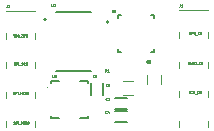
<source format=gbr>
G04 #@! TF.GenerationSoftware,KiCad,Pcbnew,(5.1.5)-3*
G04 #@! TF.CreationDate,2020-05-27T19:43:43+09:00*
G04 #@! TF.ProjectId,FMU3_Sensors_make,464d5533-5f53-4656-9e73-6f72735f6d61,rev?*
G04 #@! TF.SameCoordinates,Original*
G04 #@! TF.FileFunction,Legend,Top*
G04 #@! TF.FilePolarity,Positive*
%FSLAX46Y46*%
G04 Gerber Fmt 4.6, Leading zero omitted, Abs format (unit mm)*
G04 Created by KiCad (PCBNEW (5.1.5)-3) date 2020-05-27 19:43:43*
%MOMM*%
%LPD*%
G04 APERTURE LIST*
%ADD10C,0.050000*%
%ADD11C,0.100000*%
%ADD12C,0.127000*%
%ADD13C,0.200000*%
%ADD14C,0.120000*%
G04 APERTURE END LIST*
D10*
X127932142Y-45255952D02*
X127960714Y-45265476D01*
X128008333Y-45265476D01*
X128027380Y-45255952D01*
X128036904Y-45246428D01*
X128046428Y-45227380D01*
X128046428Y-45208333D01*
X128036904Y-45189285D01*
X128027380Y-45179761D01*
X128008333Y-45170238D01*
X127970238Y-45160714D01*
X127951190Y-45151190D01*
X127941666Y-45141666D01*
X127932142Y-45122619D01*
X127932142Y-45103571D01*
X127941666Y-45084523D01*
X127951190Y-45075000D01*
X127970238Y-45065476D01*
X128017857Y-45065476D01*
X128046428Y-45075000D01*
X128132142Y-45265476D02*
X128132142Y-45065476D01*
X128208333Y-45065476D01*
X128227380Y-45075000D01*
X128236904Y-45084523D01*
X128246428Y-45103571D01*
X128246428Y-45132142D01*
X128236904Y-45151190D01*
X128227380Y-45160714D01*
X128208333Y-45170238D01*
X128132142Y-45170238D01*
X128332142Y-45265476D02*
X128332142Y-45065476D01*
X128379761Y-45284523D02*
X128532142Y-45284523D01*
X128579761Y-45265476D02*
X128579761Y-45065476D01*
X128646428Y-45208333D01*
X128713095Y-45065476D01*
X128713095Y-45265476D01*
X128808333Y-45265476D02*
X128808333Y-45065476D01*
X128894047Y-45255952D02*
X128922619Y-45265476D01*
X128970238Y-45265476D01*
X128989285Y-45255952D01*
X128998809Y-45246428D01*
X129008333Y-45227380D01*
X129008333Y-45208333D01*
X128998809Y-45189285D01*
X128989285Y-45179761D01*
X128970238Y-45170238D01*
X128932142Y-45160714D01*
X128913095Y-45151190D01*
X128903571Y-45141666D01*
X128894047Y-45122619D01*
X128894047Y-45103571D01*
X128903571Y-45084523D01*
X128913095Y-45075000D01*
X128932142Y-45065476D01*
X128979761Y-45065476D01*
X129008333Y-45075000D01*
X129132142Y-45065476D02*
X129170238Y-45065476D01*
X129189285Y-45075000D01*
X129208333Y-45094047D01*
X129217857Y-45132142D01*
X129217857Y-45198809D01*
X129208333Y-45236904D01*
X129189285Y-45255952D01*
X129170238Y-45265476D01*
X129132142Y-45265476D01*
X129113095Y-45255952D01*
X129094047Y-45236904D01*
X129084523Y-45198809D01*
X129084523Y-45132142D01*
X129094047Y-45094047D01*
X129113095Y-45075000D01*
X129132142Y-45065476D01*
X127882142Y-42730952D02*
X127910714Y-42740476D01*
X127958333Y-42740476D01*
X127977380Y-42730952D01*
X127986904Y-42721428D01*
X127996428Y-42702380D01*
X127996428Y-42683333D01*
X127986904Y-42664285D01*
X127977380Y-42654761D01*
X127958333Y-42645238D01*
X127920238Y-42635714D01*
X127901190Y-42626190D01*
X127891666Y-42616666D01*
X127882142Y-42597619D01*
X127882142Y-42578571D01*
X127891666Y-42559523D01*
X127901190Y-42550000D01*
X127920238Y-42540476D01*
X127967857Y-42540476D01*
X127996428Y-42550000D01*
X128082142Y-42740476D02*
X128082142Y-42540476D01*
X128158333Y-42540476D01*
X128177380Y-42550000D01*
X128186904Y-42559523D01*
X128196428Y-42578571D01*
X128196428Y-42607142D01*
X128186904Y-42626190D01*
X128177380Y-42635714D01*
X128158333Y-42645238D01*
X128082142Y-42645238D01*
X128282142Y-42740476D02*
X128282142Y-42540476D01*
X128329761Y-42759523D02*
X128482142Y-42759523D01*
X128529761Y-42740476D02*
X128529761Y-42540476D01*
X128596428Y-42683333D01*
X128663095Y-42540476D01*
X128663095Y-42740476D01*
X128796428Y-42540476D02*
X128834523Y-42540476D01*
X128853571Y-42550000D01*
X128872619Y-42569047D01*
X128882142Y-42607142D01*
X128882142Y-42673809D01*
X128872619Y-42711904D01*
X128853571Y-42730952D01*
X128834523Y-42740476D01*
X128796428Y-42740476D01*
X128777380Y-42730952D01*
X128758333Y-42711904D01*
X128748809Y-42673809D01*
X128748809Y-42607142D01*
X128758333Y-42569047D01*
X128777380Y-42550000D01*
X128796428Y-42540476D01*
X128958333Y-42730952D02*
X128986904Y-42740476D01*
X129034523Y-42740476D01*
X129053571Y-42730952D01*
X129063095Y-42721428D01*
X129072619Y-42702380D01*
X129072619Y-42683333D01*
X129063095Y-42664285D01*
X129053571Y-42654761D01*
X129034523Y-42645238D01*
X128996428Y-42635714D01*
X128977380Y-42626190D01*
X128967857Y-42616666D01*
X128958333Y-42597619D01*
X128958333Y-42578571D01*
X128967857Y-42559523D01*
X128977380Y-42550000D01*
X128996428Y-42540476D01*
X129044047Y-42540476D01*
X129072619Y-42550000D01*
X129158333Y-42740476D02*
X129158333Y-42540476D01*
X127948809Y-40255952D02*
X127977380Y-40265476D01*
X128025000Y-40265476D01*
X128044047Y-40255952D01*
X128053571Y-40246428D01*
X128063095Y-40227380D01*
X128063095Y-40208333D01*
X128053571Y-40189285D01*
X128044047Y-40179761D01*
X128025000Y-40170238D01*
X127986904Y-40160714D01*
X127967857Y-40151190D01*
X127958333Y-40141666D01*
X127948809Y-40122619D01*
X127948809Y-40103571D01*
X127958333Y-40084523D01*
X127967857Y-40075000D01*
X127986904Y-40065476D01*
X128034523Y-40065476D01*
X128063095Y-40075000D01*
X128148809Y-40265476D02*
X128148809Y-40065476D01*
X128225000Y-40065476D01*
X128244047Y-40075000D01*
X128253571Y-40084523D01*
X128263095Y-40103571D01*
X128263095Y-40132142D01*
X128253571Y-40151190D01*
X128244047Y-40160714D01*
X128225000Y-40170238D01*
X128148809Y-40170238D01*
X128348809Y-40265476D02*
X128348809Y-40065476D01*
X128396428Y-40284523D02*
X128548809Y-40284523D01*
X128586904Y-40255952D02*
X128615476Y-40265476D01*
X128663095Y-40265476D01*
X128682142Y-40255952D01*
X128691666Y-40246428D01*
X128701190Y-40227380D01*
X128701190Y-40208333D01*
X128691666Y-40189285D01*
X128682142Y-40179761D01*
X128663095Y-40170238D01*
X128625000Y-40160714D01*
X128605952Y-40151190D01*
X128596428Y-40141666D01*
X128586904Y-40122619D01*
X128586904Y-40103571D01*
X128596428Y-40084523D01*
X128605952Y-40075000D01*
X128625000Y-40065476D01*
X128672619Y-40065476D01*
X128701190Y-40075000D01*
X128901190Y-40246428D02*
X128891666Y-40255952D01*
X128863095Y-40265476D01*
X128844047Y-40265476D01*
X128815476Y-40255952D01*
X128796428Y-40236904D01*
X128786904Y-40217857D01*
X128777380Y-40179761D01*
X128777380Y-40151190D01*
X128786904Y-40113095D01*
X128796428Y-40094047D01*
X128815476Y-40075000D01*
X128844047Y-40065476D01*
X128863095Y-40065476D01*
X128891666Y-40075000D01*
X128901190Y-40084523D01*
X128986904Y-40265476D02*
X128986904Y-40065476D01*
X129101190Y-40265476D02*
X129015476Y-40151190D01*
X129101190Y-40065476D02*
X128986904Y-40179761D01*
X127880952Y-37690476D02*
X127947619Y-37890476D01*
X128014285Y-37690476D01*
X128080952Y-37890476D02*
X128080952Y-37690476D01*
X128128571Y-37690476D01*
X128157142Y-37700000D01*
X128176190Y-37719047D01*
X128185714Y-37738095D01*
X128195238Y-37776190D01*
X128195238Y-37804761D01*
X128185714Y-37842857D01*
X128176190Y-37861904D01*
X128157142Y-37880952D01*
X128128571Y-37890476D01*
X128080952Y-37890476D01*
X128280952Y-37890476D02*
X128280952Y-37690476D01*
X128328571Y-37690476D01*
X128357142Y-37700000D01*
X128376190Y-37719047D01*
X128385714Y-37738095D01*
X128395238Y-37776190D01*
X128395238Y-37804761D01*
X128385714Y-37842857D01*
X128376190Y-37861904D01*
X128357142Y-37880952D01*
X128328571Y-37890476D01*
X128280952Y-37890476D01*
X128433333Y-37909523D02*
X128585714Y-37909523D01*
X128614285Y-37690476D02*
X128738095Y-37690476D01*
X128671428Y-37766666D01*
X128700000Y-37766666D01*
X128719047Y-37776190D01*
X128728571Y-37785714D01*
X128738095Y-37804761D01*
X128738095Y-37852380D01*
X128728571Y-37871428D01*
X128719047Y-37880952D01*
X128700000Y-37890476D01*
X128642857Y-37890476D01*
X128623809Y-37880952D01*
X128614285Y-37871428D01*
X128795238Y-37690476D02*
X128861904Y-37890476D01*
X128928571Y-37690476D01*
X128976190Y-37690476D02*
X129100000Y-37690476D01*
X129033333Y-37766666D01*
X129061904Y-37766666D01*
X129080952Y-37776190D01*
X129090476Y-37785714D01*
X129100000Y-37804761D01*
X129100000Y-37852380D01*
X129090476Y-37871428D01*
X129080952Y-37880952D01*
X129061904Y-37890476D01*
X129004761Y-37890476D01*
X128985714Y-37880952D01*
X128976190Y-37871428D01*
X142814285Y-42690476D02*
X142814285Y-42490476D01*
X143023809Y-42671428D02*
X143014285Y-42680952D01*
X142985714Y-42690476D01*
X142966666Y-42690476D01*
X142938095Y-42680952D01*
X142919047Y-42661904D01*
X142909523Y-42642857D01*
X142900000Y-42604761D01*
X142900000Y-42576190D01*
X142909523Y-42538095D01*
X142919047Y-42519047D01*
X142938095Y-42500000D01*
X142966666Y-42490476D01*
X142985714Y-42490476D01*
X143014285Y-42500000D01*
X143023809Y-42509523D01*
X143109523Y-42690476D02*
X143109523Y-42490476D01*
X143176190Y-42633333D01*
X143242857Y-42490476D01*
X143242857Y-42690476D01*
X143290476Y-42709523D02*
X143442857Y-42709523D01*
X143604761Y-42671428D02*
X143595238Y-42680952D01*
X143566666Y-42690476D01*
X143547619Y-42690476D01*
X143519047Y-42680952D01*
X143500000Y-42661904D01*
X143490476Y-42642857D01*
X143480952Y-42604761D01*
X143480952Y-42576190D01*
X143490476Y-42538095D01*
X143500000Y-42519047D01*
X143519047Y-42500000D01*
X143547619Y-42490476D01*
X143566666Y-42490476D01*
X143595238Y-42500000D01*
X143604761Y-42509523D01*
X143680952Y-42680952D02*
X143709523Y-42690476D01*
X143757142Y-42690476D01*
X143776190Y-42680952D01*
X143785714Y-42671428D01*
X143795238Y-42652380D01*
X143795238Y-42633333D01*
X143785714Y-42614285D01*
X143776190Y-42604761D01*
X143757142Y-42595238D01*
X143719047Y-42585714D01*
X143700000Y-42576190D01*
X143690476Y-42566666D01*
X143680952Y-42547619D01*
X143680952Y-42528571D01*
X143690476Y-42509523D01*
X143700000Y-42500000D01*
X143719047Y-42490476D01*
X143766666Y-42490476D01*
X143795238Y-42500000D01*
X142752380Y-40085714D02*
X142780952Y-40095238D01*
X142790476Y-40104761D01*
X142800000Y-40123809D01*
X142800000Y-40152380D01*
X142790476Y-40171428D01*
X142780952Y-40180952D01*
X142761904Y-40190476D01*
X142685714Y-40190476D01*
X142685714Y-39990476D01*
X142752380Y-39990476D01*
X142771428Y-40000000D01*
X142780952Y-40009523D01*
X142790476Y-40028571D01*
X142790476Y-40047619D01*
X142780952Y-40066666D01*
X142771428Y-40076190D01*
X142752380Y-40085714D01*
X142685714Y-40085714D01*
X142876190Y-40133333D02*
X142971428Y-40133333D01*
X142857142Y-40190476D02*
X142923809Y-39990476D01*
X142990476Y-40190476D01*
X143171428Y-40190476D02*
X143104761Y-40095238D01*
X143057142Y-40190476D02*
X143057142Y-39990476D01*
X143133333Y-39990476D01*
X143152380Y-40000000D01*
X143161904Y-40009523D01*
X143171428Y-40028571D01*
X143171428Y-40057142D01*
X143161904Y-40076190D01*
X143152380Y-40085714D01*
X143133333Y-40095238D01*
X143057142Y-40095238D01*
X143295238Y-39990476D02*
X143333333Y-39990476D01*
X143352380Y-40000000D01*
X143371428Y-40019047D01*
X143380952Y-40057142D01*
X143380952Y-40123809D01*
X143371428Y-40161904D01*
X143352380Y-40180952D01*
X143333333Y-40190476D01*
X143295238Y-40190476D01*
X143276190Y-40180952D01*
X143257142Y-40161904D01*
X143247619Y-40123809D01*
X143247619Y-40057142D01*
X143257142Y-40019047D01*
X143276190Y-40000000D01*
X143295238Y-39990476D01*
X143419047Y-40209523D02*
X143571428Y-40209523D01*
X143733333Y-40171428D02*
X143723809Y-40180952D01*
X143695238Y-40190476D01*
X143676190Y-40190476D01*
X143647619Y-40180952D01*
X143628571Y-40161904D01*
X143619047Y-40142857D01*
X143609523Y-40104761D01*
X143609523Y-40076190D01*
X143619047Y-40038095D01*
X143628571Y-40019047D01*
X143647619Y-40000000D01*
X143676190Y-39990476D01*
X143695238Y-39990476D01*
X143723809Y-40000000D01*
X143733333Y-40009523D01*
X143809523Y-40180952D02*
X143838095Y-40190476D01*
X143885714Y-40190476D01*
X143904761Y-40180952D01*
X143914285Y-40171428D01*
X143923809Y-40152380D01*
X143923809Y-40133333D01*
X143914285Y-40114285D01*
X143904761Y-40104761D01*
X143885714Y-40095238D01*
X143847619Y-40085714D01*
X143828571Y-40076190D01*
X143819047Y-40066666D01*
X143809523Y-40047619D01*
X143809523Y-40028571D01*
X143819047Y-40009523D01*
X143828571Y-40000000D01*
X143847619Y-39990476D01*
X143895238Y-39990476D01*
X143923809Y-40000000D01*
X142757142Y-37690476D02*
X142757142Y-37490476D01*
X142823809Y-37633333D01*
X142890476Y-37490476D01*
X142890476Y-37690476D01*
X142985714Y-37690476D02*
X142985714Y-37490476D01*
X143061904Y-37490476D01*
X143080952Y-37500000D01*
X143090476Y-37509523D01*
X143100000Y-37528571D01*
X143100000Y-37557142D01*
X143090476Y-37576190D01*
X143080952Y-37585714D01*
X143061904Y-37595238D01*
X142985714Y-37595238D01*
X143185714Y-37490476D02*
X143185714Y-37652380D01*
X143195238Y-37671428D01*
X143204761Y-37680952D01*
X143223809Y-37690476D01*
X143261904Y-37690476D01*
X143280952Y-37680952D01*
X143290476Y-37671428D01*
X143300000Y-37652380D01*
X143300000Y-37490476D01*
X143347619Y-37709523D02*
X143500000Y-37709523D01*
X143661904Y-37671428D02*
X143652380Y-37680952D01*
X143623809Y-37690476D01*
X143604761Y-37690476D01*
X143576190Y-37680952D01*
X143557142Y-37661904D01*
X143547619Y-37642857D01*
X143538095Y-37604761D01*
X143538095Y-37576190D01*
X143547619Y-37538095D01*
X143557142Y-37519047D01*
X143576190Y-37500000D01*
X143604761Y-37490476D01*
X143623809Y-37490476D01*
X143652380Y-37500000D01*
X143661904Y-37509523D01*
X143738095Y-37680952D02*
X143766666Y-37690476D01*
X143814285Y-37690476D01*
X143833333Y-37680952D01*
X143842857Y-37671428D01*
X143852380Y-37652380D01*
X143852380Y-37633333D01*
X143842857Y-37614285D01*
X143833333Y-37604761D01*
X143814285Y-37595238D01*
X143776190Y-37585714D01*
X143757142Y-37576190D01*
X143747619Y-37566666D01*
X143738095Y-37547619D01*
X143738095Y-37528571D01*
X143747619Y-37509523D01*
X143757142Y-37500000D01*
X143776190Y-37490476D01*
X143823809Y-37490476D01*
X143852380Y-37500000D01*
D11*
X130830000Y-42210000D02*
G75*
G03X130830000Y-42210000I-50000J0D01*
G01*
D12*
X134230000Y-44760000D02*
X134230000Y-44610000D01*
X133580000Y-44760000D02*
X134230000Y-44760000D01*
X131130000Y-44760000D02*
X131780000Y-44760000D01*
X131130000Y-44610000D02*
X131130000Y-44760000D01*
X134230000Y-41660000D02*
X134230000Y-41810000D01*
X133580000Y-41660000D02*
X134230000Y-41660000D01*
X131130000Y-41660000D02*
X131780000Y-41660000D01*
X131130000Y-41810000D02*
X131130000Y-41660000D01*
X137000001Y-36095001D02*
X136750001Y-36095001D01*
X136750001Y-36095001D02*
X136750001Y-36345001D01*
X139600001Y-36095001D02*
X139850001Y-36095001D01*
X139850001Y-36095001D02*
X139850001Y-36345001D01*
X139850001Y-38945001D02*
X139850001Y-39195001D01*
X139850001Y-39195001D02*
X139600001Y-39195001D01*
X136750001Y-38945001D02*
X136750001Y-39195001D01*
X136750001Y-39195001D02*
X137000001Y-39195001D01*
D13*
X136000001Y-36645001D02*
G75*
G03X136000001Y-36645001I-100000J0D01*
G01*
D14*
X138040000Y-42850000D02*
X137240000Y-42850000D01*
X137240000Y-41650000D02*
X138040000Y-41650000D01*
D12*
X137530000Y-43050000D02*
X136530000Y-43050000D01*
X136530000Y-44010000D02*
X137530000Y-44010000D01*
D14*
X140450000Y-41100000D02*
X140450000Y-41900000D01*
X139250000Y-41900000D02*
X139250000Y-41100000D01*
D12*
X136530000Y-45150000D02*
X137530000Y-45150000D01*
X137530000Y-44190000D02*
X136530000Y-44190000D01*
X135480000Y-42800000D02*
X135480000Y-41800000D01*
X134520000Y-41800000D02*
X134520000Y-42800000D01*
D14*
X127290000Y-35700000D02*
X129790000Y-35700000D01*
X129790000Y-37550000D02*
X129790000Y-38050000D01*
X129790000Y-40050000D02*
X129790000Y-40550000D01*
X127290000Y-40050000D02*
X127290000Y-40550000D01*
X127290000Y-42550000D02*
X127290000Y-43050000D01*
X129790000Y-42550000D02*
X129790000Y-43050000D01*
X127290000Y-37550000D02*
X127290000Y-38050000D01*
X129790000Y-45050000D02*
X129790000Y-45550000D01*
X127290000Y-45050000D02*
X127290000Y-45550000D01*
D12*
X131507001Y-35805001D02*
X134507001Y-35805001D01*
X131507001Y-40805001D02*
X134507001Y-40805001D01*
D13*
X130730001Y-36432001D02*
G75*
G03X130730001Y-36432001I-100000J0D01*
G01*
D14*
X141950000Y-35650000D02*
X144450000Y-35650000D01*
X144450000Y-37500000D02*
X144450000Y-38000000D01*
X144450000Y-40000000D02*
X144450000Y-40500000D01*
X141950000Y-40000000D02*
X141950000Y-40500000D01*
X141950000Y-42500000D02*
X141950000Y-43000000D01*
X144450000Y-42500000D02*
X144450000Y-43000000D01*
X141950000Y-37500000D02*
X141950000Y-38000000D01*
X144450000Y-45000000D02*
X144450000Y-45500000D01*
X141950000Y-45000000D02*
X141950000Y-45500000D01*
D10*
X131227619Y-41100476D02*
X131227619Y-41262380D01*
X131237142Y-41281428D01*
X131246666Y-41290952D01*
X131265714Y-41300476D01*
X131303809Y-41300476D01*
X131322857Y-41290952D01*
X131332380Y-41281428D01*
X131341904Y-41262380D01*
X131341904Y-41100476D01*
X131418095Y-41100476D02*
X131541904Y-41100476D01*
X131475238Y-41176666D01*
X131503809Y-41176666D01*
X131522857Y-41186190D01*
X131532380Y-41195714D01*
X131541904Y-41214761D01*
X131541904Y-41262380D01*
X131532380Y-41281428D01*
X131522857Y-41290952D01*
X131503809Y-41300476D01*
X131446666Y-41300476D01*
X131427619Y-41290952D01*
X131418095Y-41281428D01*
X136257619Y-35620476D02*
X136257619Y-35782380D01*
X136267142Y-35801428D01*
X136276666Y-35810952D01*
X136295714Y-35820476D01*
X136333809Y-35820476D01*
X136352857Y-35810952D01*
X136362380Y-35801428D01*
X136371904Y-35782380D01*
X136371904Y-35620476D01*
X136571904Y-35820476D02*
X136457619Y-35820476D01*
X136514761Y-35820476D02*
X136514761Y-35620476D01*
X136495714Y-35649047D01*
X136476666Y-35668095D01*
X136457619Y-35677619D01*
X135856666Y-42071428D02*
X135847142Y-42080952D01*
X135818571Y-42090476D01*
X135799523Y-42090476D01*
X135770952Y-42080952D01*
X135751904Y-42061904D01*
X135742380Y-42042857D01*
X135732857Y-42004761D01*
X135732857Y-41976190D01*
X135742380Y-41938095D01*
X135751904Y-41919047D01*
X135770952Y-41900000D01*
X135799523Y-41890476D01*
X135818571Y-41890476D01*
X135847142Y-41900000D01*
X135856666Y-41909523D01*
X136047142Y-42090476D02*
X135932857Y-42090476D01*
X135990000Y-42090476D02*
X135990000Y-41890476D01*
X135970952Y-41919047D01*
X135951904Y-41938095D01*
X135932857Y-41947619D01*
X135846666Y-43231428D02*
X135837142Y-43240952D01*
X135808571Y-43250476D01*
X135789523Y-43250476D01*
X135760952Y-43240952D01*
X135741904Y-43221904D01*
X135732380Y-43202857D01*
X135722857Y-43164761D01*
X135722857Y-43136190D01*
X135732380Y-43098095D01*
X135741904Y-43079047D01*
X135760952Y-43060000D01*
X135789523Y-43050476D01*
X135808571Y-43050476D01*
X135837142Y-43060000D01*
X135846666Y-43069523D01*
X135922857Y-43069523D02*
X135932380Y-43060000D01*
X135951428Y-43050476D01*
X135999047Y-43050476D01*
X136018095Y-43060000D01*
X136027619Y-43069523D01*
X136037142Y-43088571D01*
X136037142Y-43107619D01*
X136027619Y-43136190D01*
X135913333Y-43250476D01*
X136037142Y-43250476D01*
X139316666Y-40071428D02*
X139307142Y-40080952D01*
X139278571Y-40090476D01*
X139259523Y-40090476D01*
X139230952Y-40080952D01*
X139211904Y-40061904D01*
X139202380Y-40042857D01*
X139192857Y-40004761D01*
X139192857Y-39976190D01*
X139202380Y-39938095D01*
X139211904Y-39919047D01*
X139230952Y-39900000D01*
X139259523Y-39890476D01*
X139278571Y-39890476D01*
X139307142Y-39900000D01*
X139316666Y-39909523D01*
X139383333Y-39890476D02*
X139507142Y-39890476D01*
X139440476Y-39966666D01*
X139469047Y-39966666D01*
X139488095Y-39976190D01*
X139497619Y-39985714D01*
X139507142Y-40004761D01*
X139507142Y-40052380D01*
X139497619Y-40071428D01*
X139488095Y-40080952D01*
X139469047Y-40090476D01*
X139411904Y-40090476D01*
X139392857Y-40080952D01*
X139383333Y-40071428D01*
X135836666Y-44341428D02*
X135827142Y-44350952D01*
X135798571Y-44360476D01*
X135779523Y-44360476D01*
X135750952Y-44350952D01*
X135731904Y-44331904D01*
X135722380Y-44312857D01*
X135712857Y-44274761D01*
X135712857Y-44246190D01*
X135722380Y-44208095D01*
X135731904Y-44189047D01*
X135750952Y-44170000D01*
X135779523Y-44160476D01*
X135798571Y-44160476D01*
X135827142Y-44170000D01*
X135836666Y-44179523D01*
X136008095Y-44227142D02*
X136008095Y-44360476D01*
X135960476Y-44150952D02*
X135912857Y-44293809D01*
X136036666Y-44293809D01*
X134766666Y-41296428D02*
X134757142Y-41305952D01*
X134728571Y-41315476D01*
X134709523Y-41315476D01*
X134680952Y-41305952D01*
X134661904Y-41286904D01*
X134652380Y-41267857D01*
X134642857Y-41229761D01*
X134642857Y-41201190D01*
X134652380Y-41163095D01*
X134661904Y-41144047D01*
X134680952Y-41125000D01*
X134709523Y-41115476D01*
X134728571Y-41115476D01*
X134757142Y-41125000D01*
X134766666Y-41134523D01*
X134947619Y-41115476D02*
X134852380Y-41115476D01*
X134842857Y-41210714D01*
X134852380Y-41201190D01*
X134871428Y-41191666D01*
X134919047Y-41191666D01*
X134938095Y-41201190D01*
X134947619Y-41210714D01*
X134957142Y-41229761D01*
X134957142Y-41277380D01*
X134947619Y-41296428D01*
X134938095Y-41305952D01*
X134919047Y-41315476D01*
X134871428Y-41315476D01*
X134852380Y-41305952D01*
X134842857Y-41296428D01*
X127373333Y-35190476D02*
X127373333Y-35333333D01*
X127363809Y-35361904D01*
X127344761Y-35380952D01*
X127316190Y-35390476D01*
X127297142Y-35390476D01*
X127459047Y-35209523D02*
X127468571Y-35200000D01*
X127487619Y-35190476D01*
X127535238Y-35190476D01*
X127554285Y-35200000D01*
X127563809Y-35209523D01*
X127573333Y-35228571D01*
X127573333Y-35247619D01*
X127563809Y-35276190D01*
X127449523Y-35390476D01*
X127573333Y-35390476D01*
X135816666Y-40860476D02*
X135750000Y-40765238D01*
X135702380Y-40860476D02*
X135702380Y-40660476D01*
X135778571Y-40660476D01*
X135797619Y-40670000D01*
X135807142Y-40679523D01*
X135816666Y-40698571D01*
X135816666Y-40727142D01*
X135807142Y-40746190D01*
X135797619Y-40755714D01*
X135778571Y-40765238D01*
X135702380Y-40765238D01*
X136007142Y-40860476D02*
X135892857Y-40860476D01*
X135950000Y-40860476D02*
X135950000Y-40660476D01*
X135930952Y-40689047D01*
X135911904Y-40708095D01*
X135892857Y-40717619D01*
X131154620Y-35095477D02*
X131154620Y-35257381D01*
X131164143Y-35276429D01*
X131173667Y-35285953D01*
X131192715Y-35295477D01*
X131230810Y-35295477D01*
X131249858Y-35285953D01*
X131259381Y-35276429D01*
X131268905Y-35257381D01*
X131268905Y-35095477D01*
X131354620Y-35114524D02*
X131364143Y-35105001D01*
X131383191Y-35095477D01*
X131430810Y-35095477D01*
X131449858Y-35105001D01*
X131459381Y-35114524D01*
X131468905Y-35133572D01*
X131468905Y-35152620D01*
X131459381Y-35181191D01*
X131345096Y-35295477D01*
X131468905Y-35295477D01*
X142033333Y-35140476D02*
X142033333Y-35283333D01*
X142023809Y-35311904D01*
X142004761Y-35330952D01*
X141976190Y-35340476D01*
X141957142Y-35340476D01*
X142233333Y-35340476D02*
X142119047Y-35340476D01*
X142176190Y-35340476D02*
X142176190Y-35140476D01*
X142157142Y-35169047D01*
X142138095Y-35188095D01*
X142119047Y-35197619D01*
M02*

</source>
